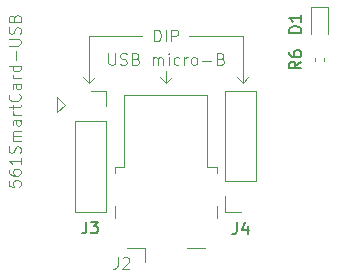
<source format=gto>
G04 #@! TF.GenerationSoftware,KiCad,Pcbnew,9.0.4*
G04 #@! TF.CreationDate,2025-09-08T01:23:02+09:00*
G04 #@! TF.ProjectId,561SmartCard-USB,35363153-6d61-4727-9443-6172642d5553,rev?*
G04 #@! TF.SameCoordinates,Original*
G04 #@! TF.FileFunction,Legend,Top*
G04 #@! TF.FilePolarity,Positive*
%FSLAX46Y46*%
G04 Gerber Fmt 4.6, Leading zero omitted, Abs format (unit mm)*
G04 Created by KiCad (PCBNEW 9.0.4) date 2025-09-08 01:23:02*
%MOMM*%
%LPD*%
G01*
G04 APERTURE LIST*
%ADD10C,0.100000*%
%ADD11C,0.125000*%
%ADD12C,0.150000*%
%ADD13C,0.120000*%
G04 APERTURE END LIST*
D10*
X100000000Y-97500000D02*
X100000000Y-98500000D01*
X94000000Y-98000000D02*
X93500000Y-98500000D01*
X106000000Y-98000000D02*
X106500000Y-98500000D01*
X102000000Y-94500000D02*
X106500000Y-94500000D01*
X98000000Y-94500000D02*
X93500000Y-94500000D01*
X93000000Y-98000000D02*
X93500000Y-98500000D01*
X90805000Y-100965000D02*
X90805000Y-99695000D01*
X91440000Y-100330000D02*
X90805000Y-100965000D01*
X106500000Y-94500000D02*
X106500000Y-98500000D01*
X90805000Y-99695000D02*
X91440000Y-100330000D01*
X107000000Y-98000000D02*
X106500000Y-98500000D01*
X100000000Y-98500000D02*
X100500000Y-98000000D01*
X99500000Y-98000000D02*
X100000000Y-98500000D01*
X93500000Y-94500000D02*
X93500000Y-98500000D01*
D11*
X86706119Y-106738095D02*
X86706119Y-107214285D01*
X86706119Y-107214285D02*
X87182309Y-107261904D01*
X87182309Y-107261904D02*
X87134690Y-107214285D01*
X87134690Y-107214285D02*
X87087071Y-107119047D01*
X87087071Y-107119047D02*
X87087071Y-106880952D01*
X87087071Y-106880952D02*
X87134690Y-106785714D01*
X87134690Y-106785714D02*
X87182309Y-106738095D01*
X87182309Y-106738095D02*
X87277547Y-106690476D01*
X87277547Y-106690476D02*
X87515642Y-106690476D01*
X87515642Y-106690476D02*
X87610880Y-106738095D01*
X87610880Y-106738095D02*
X87658500Y-106785714D01*
X87658500Y-106785714D02*
X87706119Y-106880952D01*
X87706119Y-106880952D02*
X87706119Y-107119047D01*
X87706119Y-107119047D02*
X87658500Y-107214285D01*
X87658500Y-107214285D02*
X87610880Y-107261904D01*
X86706119Y-105833333D02*
X86706119Y-106023809D01*
X86706119Y-106023809D02*
X86753738Y-106119047D01*
X86753738Y-106119047D02*
X86801357Y-106166666D01*
X86801357Y-106166666D02*
X86944214Y-106261904D01*
X86944214Y-106261904D02*
X87134690Y-106309523D01*
X87134690Y-106309523D02*
X87515642Y-106309523D01*
X87515642Y-106309523D02*
X87610880Y-106261904D01*
X87610880Y-106261904D02*
X87658500Y-106214285D01*
X87658500Y-106214285D02*
X87706119Y-106119047D01*
X87706119Y-106119047D02*
X87706119Y-105928571D01*
X87706119Y-105928571D02*
X87658500Y-105833333D01*
X87658500Y-105833333D02*
X87610880Y-105785714D01*
X87610880Y-105785714D02*
X87515642Y-105738095D01*
X87515642Y-105738095D02*
X87277547Y-105738095D01*
X87277547Y-105738095D02*
X87182309Y-105785714D01*
X87182309Y-105785714D02*
X87134690Y-105833333D01*
X87134690Y-105833333D02*
X87087071Y-105928571D01*
X87087071Y-105928571D02*
X87087071Y-106119047D01*
X87087071Y-106119047D02*
X87134690Y-106214285D01*
X87134690Y-106214285D02*
X87182309Y-106261904D01*
X87182309Y-106261904D02*
X87277547Y-106309523D01*
X87706119Y-104785714D02*
X87706119Y-105357142D01*
X87706119Y-105071428D02*
X86706119Y-105071428D01*
X86706119Y-105071428D02*
X86848976Y-105166666D01*
X86848976Y-105166666D02*
X86944214Y-105261904D01*
X86944214Y-105261904D02*
X86991833Y-105357142D01*
X87658500Y-104404761D02*
X87706119Y-104261904D01*
X87706119Y-104261904D02*
X87706119Y-104023809D01*
X87706119Y-104023809D02*
X87658500Y-103928571D01*
X87658500Y-103928571D02*
X87610880Y-103880952D01*
X87610880Y-103880952D02*
X87515642Y-103833333D01*
X87515642Y-103833333D02*
X87420404Y-103833333D01*
X87420404Y-103833333D02*
X87325166Y-103880952D01*
X87325166Y-103880952D02*
X87277547Y-103928571D01*
X87277547Y-103928571D02*
X87229928Y-104023809D01*
X87229928Y-104023809D02*
X87182309Y-104214285D01*
X87182309Y-104214285D02*
X87134690Y-104309523D01*
X87134690Y-104309523D02*
X87087071Y-104357142D01*
X87087071Y-104357142D02*
X86991833Y-104404761D01*
X86991833Y-104404761D02*
X86896595Y-104404761D01*
X86896595Y-104404761D02*
X86801357Y-104357142D01*
X86801357Y-104357142D02*
X86753738Y-104309523D01*
X86753738Y-104309523D02*
X86706119Y-104214285D01*
X86706119Y-104214285D02*
X86706119Y-103976190D01*
X86706119Y-103976190D02*
X86753738Y-103833333D01*
X87706119Y-103404761D02*
X87039452Y-103404761D01*
X87134690Y-103404761D02*
X87087071Y-103357142D01*
X87087071Y-103357142D02*
X87039452Y-103261904D01*
X87039452Y-103261904D02*
X87039452Y-103119047D01*
X87039452Y-103119047D02*
X87087071Y-103023809D01*
X87087071Y-103023809D02*
X87182309Y-102976190D01*
X87182309Y-102976190D02*
X87706119Y-102976190D01*
X87182309Y-102976190D02*
X87087071Y-102928571D01*
X87087071Y-102928571D02*
X87039452Y-102833333D01*
X87039452Y-102833333D02*
X87039452Y-102690476D01*
X87039452Y-102690476D02*
X87087071Y-102595237D01*
X87087071Y-102595237D02*
X87182309Y-102547618D01*
X87182309Y-102547618D02*
X87706119Y-102547618D01*
X87706119Y-101642857D02*
X87182309Y-101642857D01*
X87182309Y-101642857D02*
X87087071Y-101690476D01*
X87087071Y-101690476D02*
X87039452Y-101785714D01*
X87039452Y-101785714D02*
X87039452Y-101976190D01*
X87039452Y-101976190D02*
X87087071Y-102071428D01*
X87658500Y-101642857D02*
X87706119Y-101738095D01*
X87706119Y-101738095D02*
X87706119Y-101976190D01*
X87706119Y-101976190D02*
X87658500Y-102071428D01*
X87658500Y-102071428D02*
X87563261Y-102119047D01*
X87563261Y-102119047D02*
X87468023Y-102119047D01*
X87468023Y-102119047D02*
X87372785Y-102071428D01*
X87372785Y-102071428D02*
X87325166Y-101976190D01*
X87325166Y-101976190D02*
X87325166Y-101738095D01*
X87325166Y-101738095D02*
X87277547Y-101642857D01*
X87706119Y-101166666D02*
X87039452Y-101166666D01*
X87229928Y-101166666D02*
X87134690Y-101119047D01*
X87134690Y-101119047D02*
X87087071Y-101071428D01*
X87087071Y-101071428D02*
X87039452Y-100976190D01*
X87039452Y-100976190D02*
X87039452Y-100880952D01*
X87039452Y-100690475D02*
X87039452Y-100309523D01*
X86706119Y-100547618D02*
X87563261Y-100547618D01*
X87563261Y-100547618D02*
X87658500Y-100499999D01*
X87658500Y-100499999D02*
X87706119Y-100404761D01*
X87706119Y-100404761D02*
X87706119Y-100309523D01*
X87610880Y-99404761D02*
X87658500Y-99452380D01*
X87658500Y-99452380D02*
X87706119Y-99595237D01*
X87706119Y-99595237D02*
X87706119Y-99690475D01*
X87706119Y-99690475D02*
X87658500Y-99833332D01*
X87658500Y-99833332D02*
X87563261Y-99928570D01*
X87563261Y-99928570D02*
X87468023Y-99976189D01*
X87468023Y-99976189D02*
X87277547Y-100023808D01*
X87277547Y-100023808D02*
X87134690Y-100023808D01*
X87134690Y-100023808D02*
X86944214Y-99976189D01*
X86944214Y-99976189D02*
X86848976Y-99928570D01*
X86848976Y-99928570D02*
X86753738Y-99833332D01*
X86753738Y-99833332D02*
X86706119Y-99690475D01*
X86706119Y-99690475D02*
X86706119Y-99595237D01*
X86706119Y-99595237D02*
X86753738Y-99452380D01*
X86753738Y-99452380D02*
X86801357Y-99404761D01*
X87706119Y-98547618D02*
X87182309Y-98547618D01*
X87182309Y-98547618D02*
X87087071Y-98595237D01*
X87087071Y-98595237D02*
X87039452Y-98690475D01*
X87039452Y-98690475D02*
X87039452Y-98880951D01*
X87039452Y-98880951D02*
X87087071Y-98976189D01*
X87658500Y-98547618D02*
X87706119Y-98642856D01*
X87706119Y-98642856D02*
X87706119Y-98880951D01*
X87706119Y-98880951D02*
X87658500Y-98976189D01*
X87658500Y-98976189D02*
X87563261Y-99023808D01*
X87563261Y-99023808D02*
X87468023Y-99023808D01*
X87468023Y-99023808D02*
X87372785Y-98976189D01*
X87372785Y-98976189D02*
X87325166Y-98880951D01*
X87325166Y-98880951D02*
X87325166Y-98642856D01*
X87325166Y-98642856D02*
X87277547Y-98547618D01*
X87706119Y-98071427D02*
X87039452Y-98071427D01*
X87229928Y-98071427D02*
X87134690Y-98023808D01*
X87134690Y-98023808D02*
X87087071Y-97976189D01*
X87087071Y-97976189D02*
X87039452Y-97880951D01*
X87039452Y-97880951D02*
X87039452Y-97785713D01*
X87706119Y-97023808D02*
X86706119Y-97023808D01*
X87658500Y-97023808D02*
X87706119Y-97119046D01*
X87706119Y-97119046D02*
X87706119Y-97309522D01*
X87706119Y-97309522D02*
X87658500Y-97404760D01*
X87658500Y-97404760D02*
X87610880Y-97452379D01*
X87610880Y-97452379D02*
X87515642Y-97499998D01*
X87515642Y-97499998D02*
X87229928Y-97499998D01*
X87229928Y-97499998D02*
X87134690Y-97452379D01*
X87134690Y-97452379D02*
X87087071Y-97404760D01*
X87087071Y-97404760D02*
X87039452Y-97309522D01*
X87039452Y-97309522D02*
X87039452Y-97119046D01*
X87039452Y-97119046D02*
X87087071Y-97023808D01*
X87325166Y-96547617D02*
X87325166Y-95785713D01*
X86706119Y-95309522D02*
X87515642Y-95309522D01*
X87515642Y-95309522D02*
X87610880Y-95261903D01*
X87610880Y-95261903D02*
X87658500Y-95214284D01*
X87658500Y-95214284D02*
X87706119Y-95119046D01*
X87706119Y-95119046D02*
X87706119Y-94928570D01*
X87706119Y-94928570D02*
X87658500Y-94833332D01*
X87658500Y-94833332D02*
X87610880Y-94785713D01*
X87610880Y-94785713D02*
X87515642Y-94738094D01*
X87515642Y-94738094D02*
X86706119Y-94738094D01*
X87658500Y-94309522D02*
X87706119Y-94166665D01*
X87706119Y-94166665D02*
X87706119Y-93928570D01*
X87706119Y-93928570D02*
X87658500Y-93833332D01*
X87658500Y-93833332D02*
X87610880Y-93785713D01*
X87610880Y-93785713D02*
X87515642Y-93738094D01*
X87515642Y-93738094D02*
X87420404Y-93738094D01*
X87420404Y-93738094D02*
X87325166Y-93785713D01*
X87325166Y-93785713D02*
X87277547Y-93833332D01*
X87277547Y-93833332D02*
X87229928Y-93928570D01*
X87229928Y-93928570D02*
X87182309Y-94119046D01*
X87182309Y-94119046D02*
X87134690Y-94214284D01*
X87134690Y-94214284D02*
X87087071Y-94261903D01*
X87087071Y-94261903D02*
X86991833Y-94309522D01*
X86991833Y-94309522D02*
X86896595Y-94309522D01*
X86896595Y-94309522D02*
X86801357Y-94261903D01*
X86801357Y-94261903D02*
X86753738Y-94214284D01*
X86753738Y-94214284D02*
X86706119Y-94119046D01*
X86706119Y-94119046D02*
X86706119Y-93880951D01*
X86706119Y-93880951D02*
X86753738Y-93738094D01*
X87182309Y-92976189D02*
X87229928Y-92833332D01*
X87229928Y-92833332D02*
X87277547Y-92785713D01*
X87277547Y-92785713D02*
X87372785Y-92738094D01*
X87372785Y-92738094D02*
X87515642Y-92738094D01*
X87515642Y-92738094D02*
X87610880Y-92785713D01*
X87610880Y-92785713D02*
X87658500Y-92833332D01*
X87658500Y-92833332D02*
X87706119Y-92928570D01*
X87706119Y-92928570D02*
X87706119Y-93309522D01*
X87706119Y-93309522D02*
X86706119Y-93309522D01*
X86706119Y-93309522D02*
X86706119Y-92976189D01*
X86706119Y-92976189D02*
X86753738Y-92880951D01*
X86753738Y-92880951D02*
X86801357Y-92833332D01*
X86801357Y-92833332D02*
X86896595Y-92785713D01*
X86896595Y-92785713D02*
X86991833Y-92785713D01*
X86991833Y-92785713D02*
X87087071Y-92833332D01*
X87087071Y-92833332D02*
X87134690Y-92880951D01*
X87134690Y-92880951D02*
X87182309Y-92976189D01*
X87182309Y-92976189D02*
X87182309Y-93309522D01*
X95142857Y-95956119D02*
X95142857Y-96765642D01*
X95142857Y-96765642D02*
X95190476Y-96860880D01*
X95190476Y-96860880D02*
X95238095Y-96908500D01*
X95238095Y-96908500D02*
X95333333Y-96956119D01*
X95333333Y-96956119D02*
X95523809Y-96956119D01*
X95523809Y-96956119D02*
X95619047Y-96908500D01*
X95619047Y-96908500D02*
X95666666Y-96860880D01*
X95666666Y-96860880D02*
X95714285Y-96765642D01*
X95714285Y-96765642D02*
X95714285Y-95956119D01*
X96142857Y-96908500D02*
X96285714Y-96956119D01*
X96285714Y-96956119D02*
X96523809Y-96956119D01*
X96523809Y-96956119D02*
X96619047Y-96908500D01*
X96619047Y-96908500D02*
X96666666Y-96860880D01*
X96666666Y-96860880D02*
X96714285Y-96765642D01*
X96714285Y-96765642D02*
X96714285Y-96670404D01*
X96714285Y-96670404D02*
X96666666Y-96575166D01*
X96666666Y-96575166D02*
X96619047Y-96527547D01*
X96619047Y-96527547D02*
X96523809Y-96479928D01*
X96523809Y-96479928D02*
X96333333Y-96432309D01*
X96333333Y-96432309D02*
X96238095Y-96384690D01*
X96238095Y-96384690D02*
X96190476Y-96337071D01*
X96190476Y-96337071D02*
X96142857Y-96241833D01*
X96142857Y-96241833D02*
X96142857Y-96146595D01*
X96142857Y-96146595D02*
X96190476Y-96051357D01*
X96190476Y-96051357D02*
X96238095Y-96003738D01*
X96238095Y-96003738D02*
X96333333Y-95956119D01*
X96333333Y-95956119D02*
X96571428Y-95956119D01*
X96571428Y-95956119D02*
X96714285Y-96003738D01*
X97476190Y-96432309D02*
X97619047Y-96479928D01*
X97619047Y-96479928D02*
X97666666Y-96527547D01*
X97666666Y-96527547D02*
X97714285Y-96622785D01*
X97714285Y-96622785D02*
X97714285Y-96765642D01*
X97714285Y-96765642D02*
X97666666Y-96860880D01*
X97666666Y-96860880D02*
X97619047Y-96908500D01*
X97619047Y-96908500D02*
X97523809Y-96956119D01*
X97523809Y-96956119D02*
X97142857Y-96956119D01*
X97142857Y-96956119D02*
X97142857Y-95956119D01*
X97142857Y-95956119D02*
X97476190Y-95956119D01*
X97476190Y-95956119D02*
X97571428Y-96003738D01*
X97571428Y-96003738D02*
X97619047Y-96051357D01*
X97619047Y-96051357D02*
X97666666Y-96146595D01*
X97666666Y-96146595D02*
X97666666Y-96241833D01*
X97666666Y-96241833D02*
X97619047Y-96337071D01*
X97619047Y-96337071D02*
X97571428Y-96384690D01*
X97571428Y-96384690D02*
X97476190Y-96432309D01*
X97476190Y-96432309D02*
X97142857Y-96432309D01*
X98904762Y-96956119D02*
X98904762Y-96289452D01*
X98904762Y-96384690D02*
X98952381Y-96337071D01*
X98952381Y-96337071D02*
X99047619Y-96289452D01*
X99047619Y-96289452D02*
X99190476Y-96289452D01*
X99190476Y-96289452D02*
X99285714Y-96337071D01*
X99285714Y-96337071D02*
X99333333Y-96432309D01*
X99333333Y-96432309D02*
X99333333Y-96956119D01*
X99333333Y-96432309D02*
X99380952Y-96337071D01*
X99380952Y-96337071D02*
X99476190Y-96289452D01*
X99476190Y-96289452D02*
X99619047Y-96289452D01*
X99619047Y-96289452D02*
X99714286Y-96337071D01*
X99714286Y-96337071D02*
X99761905Y-96432309D01*
X99761905Y-96432309D02*
X99761905Y-96956119D01*
X100238095Y-96956119D02*
X100238095Y-96289452D01*
X100238095Y-95956119D02*
X100190476Y-96003738D01*
X100190476Y-96003738D02*
X100238095Y-96051357D01*
X100238095Y-96051357D02*
X100285714Y-96003738D01*
X100285714Y-96003738D02*
X100238095Y-95956119D01*
X100238095Y-95956119D02*
X100238095Y-96051357D01*
X101142856Y-96908500D02*
X101047618Y-96956119D01*
X101047618Y-96956119D02*
X100857142Y-96956119D01*
X100857142Y-96956119D02*
X100761904Y-96908500D01*
X100761904Y-96908500D02*
X100714285Y-96860880D01*
X100714285Y-96860880D02*
X100666666Y-96765642D01*
X100666666Y-96765642D02*
X100666666Y-96479928D01*
X100666666Y-96479928D02*
X100714285Y-96384690D01*
X100714285Y-96384690D02*
X100761904Y-96337071D01*
X100761904Y-96337071D02*
X100857142Y-96289452D01*
X100857142Y-96289452D02*
X101047618Y-96289452D01*
X101047618Y-96289452D02*
X101142856Y-96337071D01*
X101571428Y-96956119D02*
X101571428Y-96289452D01*
X101571428Y-96479928D02*
X101619047Y-96384690D01*
X101619047Y-96384690D02*
X101666666Y-96337071D01*
X101666666Y-96337071D02*
X101761904Y-96289452D01*
X101761904Y-96289452D02*
X101857142Y-96289452D01*
X102333333Y-96956119D02*
X102238095Y-96908500D01*
X102238095Y-96908500D02*
X102190476Y-96860880D01*
X102190476Y-96860880D02*
X102142857Y-96765642D01*
X102142857Y-96765642D02*
X102142857Y-96479928D01*
X102142857Y-96479928D02*
X102190476Y-96384690D01*
X102190476Y-96384690D02*
X102238095Y-96337071D01*
X102238095Y-96337071D02*
X102333333Y-96289452D01*
X102333333Y-96289452D02*
X102476190Y-96289452D01*
X102476190Y-96289452D02*
X102571428Y-96337071D01*
X102571428Y-96337071D02*
X102619047Y-96384690D01*
X102619047Y-96384690D02*
X102666666Y-96479928D01*
X102666666Y-96479928D02*
X102666666Y-96765642D01*
X102666666Y-96765642D02*
X102619047Y-96860880D01*
X102619047Y-96860880D02*
X102571428Y-96908500D01*
X102571428Y-96908500D02*
X102476190Y-96956119D01*
X102476190Y-96956119D02*
X102333333Y-96956119D01*
X103095238Y-96575166D02*
X103857143Y-96575166D01*
X104666666Y-96432309D02*
X104809523Y-96479928D01*
X104809523Y-96479928D02*
X104857142Y-96527547D01*
X104857142Y-96527547D02*
X104904761Y-96622785D01*
X104904761Y-96622785D02*
X104904761Y-96765642D01*
X104904761Y-96765642D02*
X104857142Y-96860880D01*
X104857142Y-96860880D02*
X104809523Y-96908500D01*
X104809523Y-96908500D02*
X104714285Y-96956119D01*
X104714285Y-96956119D02*
X104333333Y-96956119D01*
X104333333Y-96956119D02*
X104333333Y-95956119D01*
X104333333Y-95956119D02*
X104666666Y-95956119D01*
X104666666Y-95956119D02*
X104761904Y-96003738D01*
X104761904Y-96003738D02*
X104809523Y-96051357D01*
X104809523Y-96051357D02*
X104857142Y-96146595D01*
X104857142Y-96146595D02*
X104857142Y-96241833D01*
X104857142Y-96241833D02*
X104809523Y-96337071D01*
X104809523Y-96337071D02*
X104761904Y-96384690D01*
X104761904Y-96384690D02*
X104666666Y-96432309D01*
X104666666Y-96432309D02*
X104333333Y-96432309D01*
X99000000Y-94956119D02*
X99000000Y-93956119D01*
X99000000Y-93956119D02*
X99238095Y-93956119D01*
X99238095Y-93956119D02*
X99380952Y-94003738D01*
X99380952Y-94003738D02*
X99476190Y-94098976D01*
X99476190Y-94098976D02*
X99523809Y-94194214D01*
X99523809Y-94194214D02*
X99571428Y-94384690D01*
X99571428Y-94384690D02*
X99571428Y-94527547D01*
X99571428Y-94527547D02*
X99523809Y-94718023D01*
X99523809Y-94718023D02*
X99476190Y-94813261D01*
X99476190Y-94813261D02*
X99380952Y-94908500D01*
X99380952Y-94908500D02*
X99238095Y-94956119D01*
X99238095Y-94956119D02*
X99000000Y-94956119D01*
X100000000Y-94956119D02*
X100000000Y-93956119D01*
X100476190Y-94956119D02*
X100476190Y-93956119D01*
X100476190Y-93956119D02*
X100857142Y-93956119D01*
X100857142Y-93956119D02*
X100952380Y-94003738D01*
X100952380Y-94003738D02*
X100999999Y-94051357D01*
X100999999Y-94051357D02*
X101047618Y-94146595D01*
X101047618Y-94146595D02*
X101047618Y-94289452D01*
X101047618Y-94289452D02*
X100999999Y-94384690D01*
X100999999Y-94384690D02*
X100952380Y-94432309D01*
X100952380Y-94432309D02*
X100857142Y-94479928D01*
X100857142Y-94479928D02*
X100476190Y-94479928D01*
D10*
X95916666Y-113207419D02*
X95916666Y-113921704D01*
X95916666Y-113921704D02*
X95869047Y-114064561D01*
X95869047Y-114064561D02*
X95773809Y-114159800D01*
X95773809Y-114159800D02*
X95630952Y-114207419D01*
X95630952Y-114207419D02*
X95535714Y-114207419D01*
X96345238Y-113302657D02*
X96392857Y-113255038D01*
X96392857Y-113255038D02*
X96488095Y-113207419D01*
X96488095Y-113207419D02*
X96726190Y-113207419D01*
X96726190Y-113207419D02*
X96821428Y-113255038D01*
X96821428Y-113255038D02*
X96869047Y-113302657D01*
X96869047Y-113302657D02*
X96916666Y-113397895D01*
X96916666Y-113397895D02*
X96916666Y-113493133D01*
X96916666Y-113493133D02*
X96869047Y-113635990D01*
X96869047Y-113635990D02*
X96297619Y-114207419D01*
X96297619Y-114207419D02*
X96916666Y-114207419D01*
D12*
X111454819Y-96666666D02*
X110978628Y-96999999D01*
X111454819Y-97238094D02*
X110454819Y-97238094D01*
X110454819Y-97238094D02*
X110454819Y-96857142D01*
X110454819Y-96857142D02*
X110502438Y-96761904D01*
X110502438Y-96761904D02*
X110550057Y-96714285D01*
X110550057Y-96714285D02*
X110645295Y-96666666D01*
X110645295Y-96666666D02*
X110788152Y-96666666D01*
X110788152Y-96666666D02*
X110883390Y-96714285D01*
X110883390Y-96714285D02*
X110931009Y-96761904D01*
X110931009Y-96761904D02*
X110978628Y-96857142D01*
X110978628Y-96857142D02*
X110978628Y-97238094D01*
X110454819Y-95809523D02*
X110454819Y-95999999D01*
X110454819Y-95999999D02*
X110502438Y-96095237D01*
X110502438Y-96095237D02*
X110550057Y-96142856D01*
X110550057Y-96142856D02*
X110692914Y-96238094D01*
X110692914Y-96238094D02*
X110883390Y-96285713D01*
X110883390Y-96285713D02*
X111264342Y-96285713D01*
X111264342Y-96285713D02*
X111359580Y-96238094D01*
X111359580Y-96238094D02*
X111407200Y-96190475D01*
X111407200Y-96190475D02*
X111454819Y-96095237D01*
X111454819Y-96095237D02*
X111454819Y-95904761D01*
X111454819Y-95904761D02*
X111407200Y-95809523D01*
X111407200Y-95809523D02*
X111359580Y-95761904D01*
X111359580Y-95761904D02*
X111264342Y-95714285D01*
X111264342Y-95714285D02*
X111026247Y-95714285D01*
X111026247Y-95714285D02*
X110931009Y-95761904D01*
X110931009Y-95761904D02*
X110883390Y-95809523D01*
X110883390Y-95809523D02*
X110835771Y-95904761D01*
X110835771Y-95904761D02*
X110835771Y-96095237D01*
X110835771Y-96095237D02*
X110883390Y-96190475D01*
X110883390Y-96190475D02*
X110931009Y-96238094D01*
X110931009Y-96238094D02*
X111026247Y-96285713D01*
X93266666Y-110204819D02*
X93266666Y-110919104D01*
X93266666Y-110919104D02*
X93219047Y-111061961D01*
X93219047Y-111061961D02*
X93123809Y-111157200D01*
X93123809Y-111157200D02*
X92980952Y-111204819D01*
X92980952Y-111204819D02*
X92885714Y-111204819D01*
X93647619Y-110204819D02*
X94266666Y-110204819D01*
X94266666Y-110204819D02*
X93933333Y-110585771D01*
X93933333Y-110585771D02*
X94076190Y-110585771D01*
X94076190Y-110585771D02*
X94171428Y-110633390D01*
X94171428Y-110633390D02*
X94219047Y-110681009D01*
X94219047Y-110681009D02*
X94266666Y-110776247D01*
X94266666Y-110776247D02*
X94266666Y-111014342D01*
X94266666Y-111014342D02*
X94219047Y-111109580D01*
X94219047Y-111109580D02*
X94171428Y-111157200D01*
X94171428Y-111157200D02*
X94076190Y-111204819D01*
X94076190Y-111204819D02*
X93790476Y-111204819D01*
X93790476Y-111204819D02*
X93695238Y-111157200D01*
X93695238Y-111157200D02*
X93647619Y-111109580D01*
X106016666Y-110284819D02*
X106016666Y-110999104D01*
X106016666Y-110999104D02*
X105969047Y-111141961D01*
X105969047Y-111141961D02*
X105873809Y-111237200D01*
X105873809Y-111237200D02*
X105730952Y-111284819D01*
X105730952Y-111284819D02*
X105635714Y-111284819D01*
X106921428Y-110618152D02*
X106921428Y-111284819D01*
X106683333Y-110237200D02*
X106445238Y-110951485D01*
X106445238Y-110951485D02*
X107064285Y-110951485D01*
X111454819Y-94238094D02*
X110454819Y-94238094D01*
X110454819Y-94238094D02*
X110454819Y-93999999D01*
X110454819Y-93999999D02*
X110502438Y-93857142D01*
X110502438Y-93857142D02*
X110597676Y-93761904D01*
X110597676Y-93761904D02*
X110692914Y-93714285D01*
X110692914Y-93714285D02*
X110883390Y-93666666D01*
X110883390Y-93666666D02*
X111026247Y-93666666D01*
X111026247Y-93666666D02*
X111216723Y-93714285D01*
X111216723Y-93714285D02*
X111311961Y-93761904D01*
X111311961Y-93761904D02*
X111407200Y-93857142D01*
X111407200Y-93857142D02*
X111454819Y-93999999D01*
X111454819Y-93999999D02*
X111454819Y-94238094D01*
X111454819Y-92714285D02*
X111454819Y-93285713D01*
X111454819Y-92999999D02*
X110454819Y-92999999D01*
X110454819Y-92999999D02*
X110597676Y-93095237D01*
X110597676Y-93095237D02*
X110692914Y-93190475D01*
X110692914Y-93190475D02*
X110740533Y-93285713D01*
D10*
X95700000Y-105550000D02*
X96475000Y-105550000D01*
X95700000Y-106100000D02*
X95700000Y-105550000D01*
X95700000Y-109900000D02*
X95700000Y-108900000D01*
X96475000Y-99450000D02*
X103525000Y-99450000D01*
X96475000Y-105550000D02*
X96475000Y-99450000D01*
X98250000Y-112450000D02*
X96750000Y-112450000D01*
X98250000Y-112450000D02*
X98250000Y-113650000D01*
X103300000Y-112450000D02*
X101800000Y-112450000D01*
X103525000Y-105550000D02*
X103525000Y-99450000D01*
X103525000Y-105550000D02*
X104300000Y-105550000D01*
X104300000Y-106100000D02*
X104300000Y-105550000D01*
X104300000Y-109900000D02*
X104300000Y-108900000D01*
D13*
X112620000Y-96346359D02*
X112620000Y-96653641D01*
X113380000Y-96346359D02*
X113380000Y-96653641D01*
X92320000Y-101710000D02*
X92320000Y-109390000D01*
X92320000Y-101710000D02*
X94980000Y-101710000D01*
X92320000Y-109390000D02*
X94980000Y-109390000D01*
X93650000Y-99110000D02*
X94980000Y-99110000D01*
X94980000Y-99110000D02*
X94980000Y-100440000D01*
X94980000Y-101710000D02*
X94980000Y-109390000D01*
X105020000Y-106790000D02*
X105020000Y-99110000D01*
X105020000Y-109390000D02*
X105020000Y-108060000D01*
X106350000Y-109390000D02*
X105020000Y-109390000D01*
X107680000Y-99110000D02*
X105020000Y-99110000D01*
X107680000Y-106790000D02*
X105020000Y-106790000D01*
X107680000Y-106790000D02*
X107680000Y-99110000D01*
X112265000Y-92015000D02*
X112265000Y-94300000D01*
X113735000Y-92015000D02*
X112265000Y-92015000D01*
X113735000Y-94300000D02*
X113735000Y-92015000D01*
M02*

</source>
